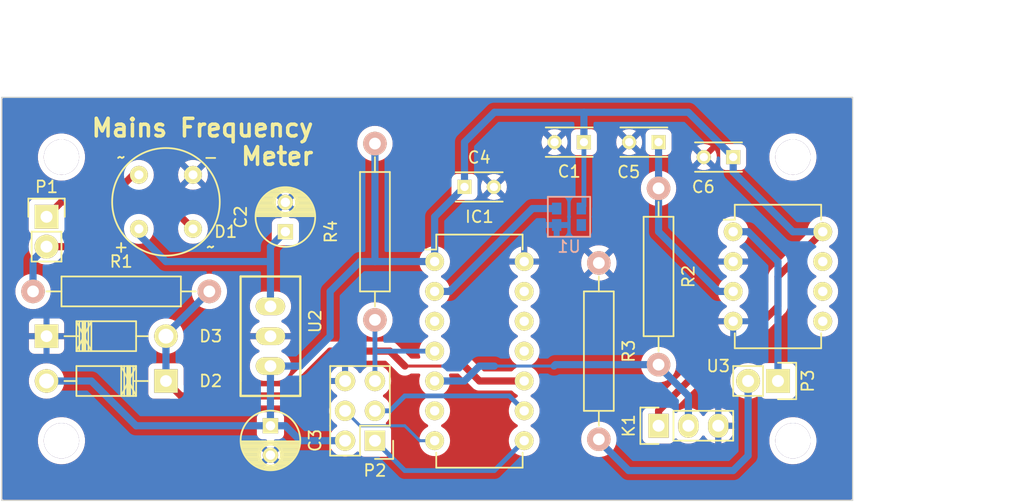
<source format=kicad_pcb>
(kicad_pcb (version 20221018) (generator pcbnew)
  (layers (0 "F.Cu" signal) (31 "B.Cu" signal) (34 "B.Paste" user) (35 "F.Paste" user) (36 "B.SilkS" user "B.Silkscreen") (37 "F.SilkS" user "F.Silkscreen") (38 "B.Mask" user) (39 "F.Mask" user) (44 "Edge.Cuts" user))
  (net 0 "")
  (net 1 "VCC")
  (net 2 "GND")
  (net 3 "Net-(C2-Pad1)")
  (net 4 "Net-(C5-Pad1)")
  (net 5 "/DMAINSF")
  (net 6 "/TCXO")
  (net 7 "Net-(IC1-Pad3)")
  (net 8 "/RST")
  (net 9 "/PWM/SERVO")
  (net 10 "Net-(IC1-Pad6)")
  (net 11 "/MOSI")
  (net 12 "/MISO")
  (net 13 "/SCK")
  (net 14 "Net-(IC1-Pad11)")
  (net 15 "Net-(IC1-Pad12)")
  (net 16 "Net-(IC1-Pad13)")
  (net 17 "Net-(D1-Pad2)")
  (net 18 "/MAINSF")
  (net 19 "Net-(P3-Pad1)")
  (net 20 "Net-(P3-Pad2)")
  (net 21 "Net-(U1-Pad1)")
  (footprint "Capacitors_ThroughHole:C_Rect_L4_W2.5_P2.5" (layer "F.Cu") (at 210.82 157.48 180)
    (fp_text reference "C1" (at 1.25 -2.5 180) (layer "F.SilkS"))
    (fp_text value "100n")
    (fp_line (start -0.75 -1.25) (end 3.25 -1.25) (stroke (width 0.15)) (layer "F.SilkS"))
    (fp_line (start -0.75 1.25) (end 3.25 1.25) (stroke (width 0.15)) (layer "F.SilkS"))
    (pad "1" thru_hole rect (at 0 0 180) (size 1.2 1.2) (drill 0.7) (layers "*.Cu" "*.Mask" "F.SilkS") (net 1 "VCC"))
    (pad "2" thru_hole circle (at 2.5 0 180) (size 1.2 1.2) (drill 0.7) (layers "*.Cu" "*.Mask" "F.SilkS") (net 2 "GND"))
  )
  (footprint "Capacitors_ThroughHole:C_Radial_D5_L11_P2.5" (layer "F.Cu") (at 185.42 165.1 90)
    (fp_text reference "C2" (at 1.25 -3.8 90) (layer "F.SilkS"))
    (fp_text value "10u")
    (fp_line (start 1.325 -2.499) (end 1.325 2.499) (stroke (width 0.15)) (layer "F.SilkS"))
    (fp_line (start 1.465 -2.491) (end 1.465 2.491) (stroke (width 0.15)) (layer "F.SilkS"))
    (fp_line (start 1.605 -2.475) (end 1.605 -0.095) (stroke (width 0.15)) (layer "F.SilkS"))
    (fp_line (start 1.605 0.095) (end 1.605 2.475) (stroke (width 0.15)) (layer "F.SilkS"))
    (fp_line (start 1.745 -2.451) (end 1.745 -0.49) (stroke (width 0.15)) (layer "F.SilkS"))
    (fp_line (start 1.745 0.49) (end 1.745 2.451) (stroke (width 0.15)) (layer "F.SilkS"))
    (fp_line (start 1.885 -2.418) (end 1.885 -0.657) (stroke (width 0.15)) (layer "F.SilkS"))
    (fp_line (start 1.885 0.657) (end 1.885 2.418) (stroke (width 0.15)) (layer "F.SilkS"))
    (fp_line (start 2.025 -2.377) (end 2.025 -0.764) (stroke (width 0.15)) (layer "F.SilkS"))
    (fp_line (start 2.025 0.764) (end 2.025 2.377) (stroke (width 0.15)) (layer "F.SilkS"))
    (fp_line (start 2.165 -2.327) (end 2.165 -0.835) (stroke (width 0.15)) (layer "F.SilkS"))
    (fp_line (start 2.165 0.835) (end 2.165 2.327) (stroke (width 0.15)) (layer "F.SilkS"))
    (fp_line (start 2.305 -2.266) (end 2.305 -0.879) (stroke (width 0.15)) (layer "F.SilkS"))
    (fp_line (start 2.305 0.879) (end 2.305 2.266) (stroke (width 0.15)) (layer "F.SilkS"))
    (fp_line (start 2.445 -2.196) (end 2.445 -0.898) (stroke (width 0.15)) (layer "F.SilkS"))
    (fp_line (start 2.445 0.898) (end 2.445 2.196) (stroke (width 0.15)) (layer "F.SilkS"))
    (fp_line (start 2.585 -2.114) (end 2.585 -0.896) (stroke (width 0.15)) (layer "F.SilkS"))
    (fp_line (start 2.585 0.896) (end 2.585 2.114) (stroke (width 0.15)) (layer "F.SilkS"))
    (fp_line (start 2.725 -2.019) (end 2.725 -0.871) (stroke (width 0.15)) (layer "F.SilkS"))
    (fp_line (start 2.725 0.871) (end 2.725 2.019) (stroke (width 0.15)) (layer "F.SilkS"))
    (fp_line (start 2.865 -1.908) (end 2.865 -0.823) (stroke (width 0.15)) (layer "F.SilkS"))
    (fp_line (start 2.865 0.823) (end 2.865 1.908) (stroke (width 0.15)) (layer "F.SilkS"))
    (fp_line (start 3.005 -1.78) (end 3.005 -0.745) (stroke (width 0.15)) (layer "F.SilkS"))
    (fp_line (start 3.005 0.745) (end 3.005 1.78) (stroke (width 0.15)) (layer "F.SilkS"))
    (fp_line (start 3.145 -1.631) (end 3.145 -0.628) (stroke (width 0.15)) (layer "F.SilkS"))
    (fp_line (start 3.145 0.628) (end 3.145 1.631) (stroke (width 0.15)) (layer "F.SilkS"))
    (fp_line (start 3.285 -1.452) (end 3.285 -0.44) (stroke (width 0.15)) (layer "F.SilkS"))
    (fp_line (start 3.285 0.44) (end 3.285 1.452) (stroke (width 0.15)) (layer "F.SilkS"))
    (fp_line (start 3.425 -1.233) (end 3.425 1.233) (stroke (width 0.15)) (layer "F.SilkS"))
    (fp_line (start 3.565 -0.944) (end 3.565 0.944) (stroke (width 0.15)) (layer "F.SilkS"))
    (fp_line (start 3.705 -0.472) (end 3.705 0.472) (stroke (width 0.15)) (layer "F.SilkS"))
    (fp_circle (center 1.25 0) (end 1.25 -2.5375) (stroke (width 0.15)) (fill none) (layer "F.SilkS"))
    (fp_circle (center 2.5 0) (end 2.5 -0.9) (stroke (width 0.15)) (fill none) (layer "F.SilkS"))
    (pad "1" thru_hole rect (at 0 0 90) (size 1.3 1.3) (drill 0.8) (layers "*.Cu" "*.Mask" "F.SilkS") (net 3 "Net-(C2-Pad1)"))
    (pad "2" thru_hole circle (at 2.5 0 90) (size 1.3 1.3) (drill 0.8) (layers "*.Cu" "*.Mask" "F.SilkS") (net 2 "GND"))
  )
  (footprint "Capacitors_ThroughHole:C_Radial_D5_L11_P2.5" (layer "F.Cu") (at 184.15 181.61 -90)
    (fp_text reference "C3" (at 1.25 -3.8 270) (layer "F.SilkS"))
    (fp_text value "10u")
    (fp_line (start 1.325 -2.499) (end 1.325 2.499) (stroke (width 0.15)) (layer "F.SilkS"))
    (fp_line (start 1.465 -2.491) (end 1.465 2.491) (stroke (width 0.15)) (layer "F.SilkS"))
    (fp_line (start 1.605 -2.475) (end 1.605 -0.095) (stroke (width 0.15)) (layer "F.SilkS"))
    (fp_line (start 1.605 0.095) (end 1.605 2.475) (stroke (width 0.15)) (layer "F.SilkS"))
    (fp_line (start 1.745 -2.451) (end 1.745 -0.49) (stroke (width 0.15)) (layer "F.SilkS"))
    (fp_line (start 1.745 0.49) (end 1.745 2.451) (stroke (width 0.15)) (layer "F.SilkS"))
    (fp_line (start 1.885 -2.418) (end 1.885 -0.657) (stroke (width 0.15)) (layer "F.SilkS"))
    (fp_line (start 1.885 0.657) (end 1.885 2.418) (stroke (width 0.15)) (layer "F.SilkS"))
    (fp_line (start 2.025 -2.377) (end 2.025 -0.764) (stroke (width 0.15)) (layer "F.SilkS"))
    (fp_line (start 2.025 0.764) (end 2.025 2.377) (stroke (width 0.15)) (layer "F.SilkS"))
    (fp_line (start 2.165 -2.327) (end 2.165 -0.835) (stroke (width 0.15)) (layer "F.SilkS"))
    (fp_line (start 2.165 0.835) (end 2.165 2.327) (stroke (width 0.15)) (layer "F.SilkS"))
    (fp_line (start 2.305 -2.266) (end 2.305 -0.879) (stroke (width 0.15)) (layer "F.SilkS"))
    (fp_line (start 2.305 0.879) (end 2.305 2.266) (stroke (width 0.15)) (layer "F.SilkS"))
    (fp_line (start 2.445 -2.196) (end 2.445 -0.898) (stroke (width 0.15)) (layer "F.SilkS"))
    (fp_line (start 2.445 0.898) (end 2.445 2.196) (stroke (width 0.15)) (layer "F.SilkS"))
    (fp_line (start 2.585 -2.114) (end 2.585 -0.896) (stroke (width 0.15)) (layer "F.SilkS"))
    (fp_line (start 2.585 0.896) (end 2.585 2.114) (stroke (width 0.15)) (layer "F.SilkS"))
    (fp_line (start 2.725 -2.019) (end 2.725 -0.871) (stroke (width 0.15)) (layer "F.SilkS"))
    (fp_line (start 2.725 0.871) (end 2.725 2.019) (stroke (width 0.15)) (layer "F.SilkS"))
    (fp_line (start 2.865 -1.908) (end 2.865 -0.823) (stroke (width 0.15)) (layer "F.SilkS"))
    (fp_line (start 2.865 0.823) (end 2.865 1.908) (stroke (width 0.15)) (layer "F.SilkS"))
    (fp_line (start 3.005 -1.78) (end 3.005 -0.745) (stroke (width 0.15)) (layer "F.SilkS"))
    (fp_line (start 3.005 0.745) (end 3.005 1.78) (stroke (width 0.15)) (layer "F.SilkS"))
    (fp_line (start 3.145 -1.631) (end 3.145 -0.628) (stroke (width 0.15)) (layer "F.SilkS"))
    (fp_line (start 3.145 0.628) (end 3.145 1.631) (stroke (width 0.15)) (layer "F.SilkS"))
    (fp_line (start 3.285 -1.452) (end 3.285 -0.44) (stroke (width 0.15)) (layer "F.SilkS"))
    (fp_line (start 3.285 0.44) (end 3.285 1.452) (stroke (width 0.15)) (layer "F.SilkS"))
    (fp_line (start 3.425 -1.233) (end 3.425 1.233) (stroke (width 0.15)) (layer "F.SilkS"))
    (fp_line (start 3.565 -0.944) (end 3.565 0.944) (stroke (width 0.15)) (layer "F.SilkS"))
    (fp_line (start 3.705 -0.472) (end 3.705 0.472) (stroke (width 0.15)) (layer "F.SilkS"))
    (fp_circle (center 1.25 0) (end 1.25 -2.5375) (stroke (width 0.15)) (fill none) (layer "F.SilkS"))
    (fp_circle (center 2.5 0) (end 2.5 -0.9) (stroke (width 0.15)) (fill none) (layer "F.SilkS"))
    (pad "1" thru_hole rect (at 0 0 270) (size 1.3 1.3) (drill 0.8) (layers "*.Cu" "*.Mask" "F.SilkS") (net 1 "VCC"))
    (pad "2" thru_hole circle (at 2.5 0 270) (size 1.3 1.3) (drill 0.8) (layers "*.Cu" "*.Mask" "F.SilkS") (net 2 "GND"))
  )
  (footprint "Capacitors_ThroughHole:C_Rect_L4_W2.5_P2.5" (layer "F.Cu") (at 200.66 161.29)
    (fp_text reference "C4" (at 1.25 -2.5) (layer "F.SilkS"))
    (fp_text value "100n")
    (fp_line (start -0.75 -1.25) (end 3.25 -1.25) (stroke (width 0.15)) (layer "F.SilkS"))
    (fp_line (start -0.75 1.25) (end 3.25 1.25) (stroke (width 0.15)) (layer "F.SilkS"))
    (pad "1" thru_hole rect (at 0 0) (size 1.2 1.2) (drill 0.7) (layers "*.Cu" "*.Mask" "F.SilkS") (net 1 "VCC"))
    (pad "2" thru_hole circle (at 2.5 0) (size 1.2 1.2) (drill 0.7) (layers "*.Cu" "*.Mask" "F.SilkS") (net 2 "GND"))
  )
  (footprint "Capacitors_ThroughHole:C_Rect_L4_W2.5_P2.5" (layer "F.Cu") (at 217.17 157.48 180)
    (fp_text reference "C5" (at 2.54 -2.54 180) (layer "F.SilkS"))
    (fp_text value "??")
    (fp_line (start -0.75 -1.25) (end 3.25 -1.25) (stroke (width 0.15)) (layer "F.SilkS"))
    (fp_line (start -0.75 1.25) (end 3.25 1.25) (stroke (width 0.15)) (layer "F.SilkS"))
    (pad "1" thru_hole rect (at 0 0 180) (size 1.2 1.2) (drill 0.7) (layers "*.Cu" "*.Mask" "F.SilkS") (net 4 "Net-(C5-Pad1)"))
    (pad "2" thru_hole circle (at 2.5 0 180) (size 1.2 1.2) (drill 0.7) (layers "*.Cu" "*.Mask" "F.SilkS") (net 2 "GND"))
  )
  (footprint "Capacitors_ThroughHole:C_Rect_L4_W2.5_P2.5" (layer "F.Cu") (at 223.52 158.75 180)
    (fp_text reference "C6" (at 2.54 -2.54 180) (layer "F.SilkS"))
    (fp_text value "100n")
    (fp_line (start -0.75 -1.25) (end 3.25 -1.25) (stroke (width 0.15)) (layer "F.SilkS"))
    (fp_line (start -0.75 1.25) (end 3.25 1.25) (stroke (width 0.15)) (layer "F.SilkS"))
    (pad "1" thru_hole rect (at 0 0 180) (size 1.2 1.2) (drill 0.7) (layers "*.Cu" "*.Mask" "F.SilkS") (net 1 "VCC"))
    (pad "2" thru_hole circle (at 2.5 0 180) (size 1.2 1.2) (drill 0.7) (layers "*.Cu" "*.Mask" "F.SilkS") (net 2 "GND"))
  )
  (footprint "Diodes_ThroughHole:Diode_DO-41_SOD81_Horizontal_RM10" (layer "F.Cu") (at 175.26 177.8 180)
    (fp_text reference "D2" (at -3.81 0 180) (layer "F.SilkS"))
    (fp_text value "DIODE")
    (fp_line (start 2.54 -1.27254) (end 3.81 1.26746) (stroke (width 0.15)) (layer "F.SilkS"))
    (fp_line (start 2.54 -1.27254) (end 7.62 -1.27254) (stroke (width 0.15)) (layer "F.SilkS"))
    (fp_line (start 2.54 1.26746) (end 2.54 -1.27254) (stroke (width 0.15)) (layer "F.SilkS"))
    (fp_line (start 2.794 -1.27254) (end 2.794 1.26746) (stroke (width 0.15)) (layer "F.SilkS"))
    (fp_line (start 2.794 -0.00254) (end 1.524 -0.00254) (stroke (width 0.15)) (layer "F.SilkS"))
    (fp_line (start 3.048 -1.27254) (end 3.048 1.26746) (stroke (width 0.15)) (layer "F.SilkS"))
    (fp_line (start 3.175 -1.27254) (end 3.175 1.26746) (stroke (width 0.15)) (layer "F.SilkS"))
    (fp_line (start 3.302 -1.27254) (end 3.302 1.26746) (stroke (width 0.15)) (layer "F.SilkS"))
    (fp_line (start 3.556 -1.27254) (end 3.556 1.26746) (stroke (width 0.15)) (layer "F.SilkS"))
    (fp_line (start 3.81 -1.27254) (end 2.54 1.26746) (stroke (width 0.15)) (layer "F.SilkS"))
    (fp_line (start 3.81 -1.27254) (end 3.81 1.26746) (stroke (width 0.15)) (layer "F.SilkS"))
    (fp_line (start 7.62 -1.27254) (end 7.62 1.26746) (stroke (width 0.15)) (layer "F.SilkS"))
    (fp_line (start 7.62 -0.00254) (end 8.636 -0.00254) (stroke (width 0.15)) (layer "F.SilkS"))
    (fp_line (start 7.62 1.26746) (end 2.54 1.26746) (stroke (width 0.15)) (layer "F.SilkS"))
    (pad "1" thru_hole rect (at 0 -0.00254) (size 1.99898 1.99898) (drill 1.00076) (layers "*.Cu" "*.Mask" "F.SilkS") (net 5 "/DMAINSF"))
    (pad "2" thru_hole circle (at 10.16 -0.00254) (size 1.99898 1.99898) (drill 1.27) (layers "*.Cu" "*.Mask" "F.SilkS") (net 1 "VCC"))
  )
  (footprint "Diodes_ThroughHole:Diode_DO-41_SOD81_Horizontal_RM10" (layer "F.Cu") (at 165.1 173.99)
    (fp_text reference "D3" (at 13.97 0) (layer "F.SilkS"))
    (fp_text value "DIODE")
    (fp_line (start 2.54 -1.27254) (end 3.81 1.26746) (stroke (width 0.15)) (layer "F.SilkS"))
    (fp_line (start 2.54 -1.27254) (end 7.62 -1.27254) (stroke (width 0.15)) (layer "F.SilkS"))
    (fp_line (start 2.54 1.26746) (end 2.54 -1.27254) (stroke (width 0.15)) (layer "F.SilkS"))
    (fp_line (start 2.794 -1.27254) (end 2.794 1.26746) (stroke (width 0.15)) (layer "F.SilkS"))
    (fp_line (start 2.794 -0.00254) (end 1.524 -0.00254) (stroke (width 0.15)) (layer "F.SilkS"))
    (fp_line (start 3.048 -1.27254) (end 3.048 1.26746) (stroke (width 0.15)) (layer "F.SilkS"))
    (fp_line (start 3.175 -1.27254) (end 3.175 1.26746) (stroke (width 0.15)) (layer "F.SilkS"))
    (fp_line (start 3.302 -1.27254) (end 3.302 1.26746) (stroke (width 0.15)) (layer "F.SilkS"))
    (fp_line (start 3.556 -1.27254) (end 3.556 1.26746) (stroke (width 0.15)) (layer "F.SilkS"))
    (fp_line (start 3.81 -1.27254) (end 2.54 1.26746) (stroke (width 0.15)) (layer "F.SilkS"))
    (fp_line (start 3.81 -1.27254) (end 3.81 1.26746) (stroke (width 0.15)) (layer "F.SilkS"))
    (fp_line (start 7.62 -1.27254) (end 7.62 1.26746) (stroke (width 0.15)) (layer "F.SilkS"))
    (fp_line (start 7.62 -0.00254) (end 8.636 -0.00254) (stroke (width 0.15)) (layer "F.SilkS"))
    (fp_line (start 7.62 1.26746) (end 2.54 1.26746) (stroke (width 0.15)) (layer "F.SilkS"))
    (pad "1" thru_hole rect (at 0 -0.00254 180) (size 1.99898 1.99898) (drill 1.00076) (layers "*.Cu" "*.Mask" "F.SilkS") (net 2 "GND"))
    (pad "2" thru_hole circle (at 10.16 -0.00254 180) (size 1.99898 1.99898) (drill 1.27) (layers "*.Cu" "*.Mask" "F.SilkS") (net 5 "/DMAINSF"))
  )
  (footprint "Pin_Headers:Pin_Header_Straight_1x02" (layer "F.Cu") (at 165.1 163.83)
    (fp_text reference "P1" (at 0 -2.54) (layer "F.SilkS"))
    (fp_text value "CONN_2")
    (fp_line (start -1.55 -1.55) (end 1.55 -1.55) (stroke (width 0.15)) (layer "F.SilkS"))
    (fp_line (start -1.55 0) (end -1.55 -1.55) (stroke (width 0.15)) (layer "F.SilkS"))
    (fp_line (start -1.27 1.27) (end -1.27 3.81) (stroke (width 0.15)) (layer "F.SilkS"))
    (fp_line (start -1.27 3.81) (end 1.27 3.81) (stroke (width 0.15)) (layer "F.SilkS"))
    (fp_line (start 1.27 1.27) (end -1.27 1.27) (stroke (width 0.15)) (layer "F.SilkS"))
    (fp_line (start 1.27 1.27) (end 1.27 3.81) (stroke (width 0.15)) (layer "F.SilkS"))
    (fp_line (start 1.55 -1.55) (end 1.55 0) (stroke (width 0.15)) (layer "F.SilkS"))
    (pad "1" thru_hole rect (at 0 0) (size 2.032 2.032) (drill 1.016) (layers "*.Cu" "*.Mask" "F.SilkS") (net 17 "Net-(D1-Pad2)"))
    (pad "2" thru_hole oval (at 0 2.54) (size 2.032 2.032) (drill 1.016) (layers "*.Cu" "*.Mask" "F.SilkS") (net 18 "/MAINSF"))
  )
  (footprint "Pin_Headers:Pin_Header_Straight_2x03" (layer "F.Cu") (at 193.04 182.88 180)
    (fp_text reference "P2" (at 0 -2.54 180) (layer "F.SilkS"))
    (fp_text value "CONN_3X2")
    (fp_line (start -1.55 -1.55) (end -1.55 0) (stroke (width 0.15)) (layer "F.SilkS"))
    (fp_line (start -1.55 -1.55) (end 0 -1.55) (stroke (width 0.15)) (layer "F.SilkS"))
    (fp_line (start -1.27 1.27) (end -1.27 6.35) (stroke (width 0.15)) (layer "F.SilkS"))
    (fp_line (start -1.27 6.35) (end 3.81 6.35) (stroke (width 0.15)) (layer "F.SilkS"))
    (fp_line (start 1.27 -1.27) (end 1.27 1.27) (stroke (width 0.15)) (layer "F.SilkS"))
    (fp_line (start 1.27 1.27) (end -1.27 1.27) (stroke (width 0.15)) (layer "F.SilkS"))
    (fp_line (start 3.81 -1.27) (end 1.27 -1.27) (stroke (width 0.15)) (layer "F.SilkS"))
    (fp_line (start 3.81 1.27) (end 3.81 -1.27) (stroke (width 0.15)) (layer "F.SilkS"))
    (fp_line (start 3.81 6.35) (end 3.81 1.27) (stroke (width 0.15)) (layer "F.SilkS"))
    (pad "1" thru_hole rect (at 0 0 180) (size 1.7272 1.7272) (drill 1.016) (layers "*.Cu" "*.Mask" "F.SilkS") (net 12 "/MISO"))
    (pad "2" thru_hole oval (at 2.54 0 180) (size 1.7272 1.7272) (drill 1.016) (layers "*.Cu" "*.Mask" "F.SilkS") (net 1 "VCC"))
    (pad "3" thru_hole oval (at 0 2.54 180) (size 1.7272 1.7272) (drill 1.016) (layers "*.Cu" "*.Mask" "F.SilkS") (net 13 "/SCK"))
    (pad "4" thru_hole oval (at 2.54 2.54 180) (size 1.7272 1.7272) (drill 1.016) (layers "*.Cu" "*.Mask" "F.SilkS") (net 11 "/MOSI"))
    (pad "5" thru_hole oval (at 0 5.08 180) (size 1.7272 1.7272) (drill 1.016) (layers "*.Cu" "*.Mask" "F.SilkS") (net 8 "/RST"))
    (pad "6" thru_hole oval (at 2.54 5.08 180) (size 1.7272 1.7272) (drill 1.016) (layers "*.Cu" "*.Mask" "F.SilkS") (net 2 "GND"))
  )
  (footprint "Pin_Headers:Pin_Header_Straight_1x02" (layer "F.Cu") (at 227.33 177.8 -90)
    (fp_text reference "P3" (at 0 -2.54 270) (layer "F.SilkS"))
    (fp_text value "CONN_2")
    (fp_line (start -1.55 -1.55) (end 1.55 -1.55) (stroke (width 0.15)) (layer "F.SilkS"))
    (fp_line (start -1.55 0) (end -1.55 -1.55) (stroke (width 0.15)) (layer "F.SilkS"))
    (fp_line (start -1.27 1.27) (end -1.27 3.81) (stroke (width 0.15)) (layer "F.SilkS"))
    (fp_line (start -1.27 3.81) (end 1.27 3.81) (stroke (width 0.15)) (layer "F.SilkS"))
    (fp_line (start 1.27 1.27) (end -1.27 1.27) (stroke (width 0.15)) (layer "F.SilkS"))
    (fp_line (start 1.27 1.27) (end 1.27 3.81) (stroke (width 0.15)) (layer "F.SilkS"))
    (fp_line (start 1.55 -1.55) (end 1.55 0) (stroke (width 0.15)) (layer "F.SilkS"))
    (pad "1" thru_hole rect (at 0 0 270) (size 2.032 2.032) (drill 1.016) (layers "*.Cu" "*.Mask" "F.SilkS") (net 19 "Net-(P3-Pad1)"))
    (pad "2" thru_hole oval (at 0 2.54 270) (size 2.032 2.032) (drill 1.016) (layers "*.Cu" "*.Mask" "F.SilkS") (net 20 "Net-(P3-Pad2)"))
  )
  (footprint "Resistors_ThroughHole:Resistor_Horizontal_RM15mm" (layer "F.Cu") (at 171.45 170.18 180)
    (fp_text reference "R1" (at 0 2.54 180) (layer "F.SilkS"))
    (fp_text value "10k")
    (fp_line (start -6.35 0) (end -5.08 0) (stroke (width 0.15)) (layer "F.SilkS"))
    (fp_line (start -5.08 -1.27) (end -5.08 1.27) (stroke (width 0.15)) (layer "F.SilkS"))
    (fp_line (start -5.08 1.27) (end 5.08 1.27) (stroke (width 0.15)) (layer "F.SilkS"))
    (fp_line (start 5.08 -1.27) (end -5.08 -1.27) (stroke (width 0.15)) (layer "F.SilkS"))
    (fp_line (start 5.08 1.27) (end 5.08 -1.27) (stroke (width 0.15)) (layer "F.SilkS"))
    (fp_line (start 6.35 0) (end 5.08 0) (stroke (width 0.15)) (layer "F.SilkS"))
    (pad "1" thru_hole circle (at -7.5 0 180) (size 1.99898 1.99898) (drill 1.00076) (layers "*.Cu" "*.SilkS" "*.Mask") (net 5 "/DMAINSF"))
    (pad "2" thru_hole circle (at 7.5 0 180) (size 1.99898 1.99898) (drill 1.00076) (layers "*.Cu" "*.SilkS" "*.Mask") (net 18 "/MAINSF"))
  )
  (footprint "Resistors_ThroughHole:Resistor_Horizontal_RM15mm" (layer "F.Cu") (at 217.17 168.91 90)
    (fp_text reference "R2" (at 0 2.54 90) (layer "F.SilkS"))
    (fp_text value "??")
    (fp_line (start -6.35 0) (end -5.08 0) (stroke (width 0.15)) (layer "F.SilkS"))
    (fp_line (start -5.08 -1.27) (end -5.08 1.27) (stroke (width 0.15)) (layer "F.SilkS"))
    (fp_line (start -5.08 1.27) (end 5.08 1.27) (stroke (width 0.15)) (layer "F.SilkS"))
    (fp_line (start 5.08 -1.27) (end -5.08 -1.27) (stroke (width 0.15)) (layer "F.SilkS"))
    (fp_line (start 5.08 1.27) (end 5.08 -1.27) (stroke (width 0.15)) (layer "F.SilkS"))
    (fp_line (start 6.35 0) (end 5.08 0) (stroke (width 0.15)) (layer "F.SilkS"))
    (pad "1" thru_hole circle (at -7.5 0 90) (size 1.99898 1.99898) (drill 1.00076) (layers "*.Cu" "*.SilkS" "*.Mask") (net 9 "/PWM/SERVO"))
    (pad "2" thru_hole circle (at 7.5 0 90) (size 1.99898 1.99898) (drill 1.00076) (layers "*.Cu" "*.SilkS" "*.Mask") (net 4 "Net-(C5-Pad1)"))
  )
  (footprint "Resistors_ThroughHole:Resistor_Horizontal_RM15mm" (layer "F.Cu") (at 212.09 175.26 -90)
    (fp_text reference "R3" (at 0 -2.54 270) (layer "F.SilkS"))
    (fp_text value "??")
    (fp_line (start -6.35 0) (end -5.08 0) (stroke (width 0.15)) (layer "F.SilkS"))
    (fp_line (start -5.08 -1.27) (end -5.08 1.27) (stroke (width 0.15)) (layer "F.SilkS"))
    (fp_line (start -5.08 1.27) (end 5.08 1.27) (stroke (width 0.15)) (layer "F.SilkS"))
    (fp_line (start 5.08 -1.27) (end -5.08 -1.27) (stroke (width 0.15)) (layer "F.SilkS"))
    (fp_line (start 5.08 1.27) (end 5.08 -1.27) (stroke (width 0.15)) (layer "F.SilkS"))
    (fp_line (start 6.35 0) (end 5.08 0) (stroke (width 0.15)) (layer "F.SilkS"))
    (pad "1" thru_hole circle (at -7.5 0 270) (size 1.99898 1.99898) (drill 1.00076) (layers "*.Cu" "*.SilkS" "*.Mask") (net 2 "GND"))
    (pad "2" thru_hole circle (at 7.5 0 270) (size 1.99898 1.99898) (drill 1.00076) (layers "*.Cu" "*.SilkS" "*.Mask") (net 20 "Net-(P3-Pad2)"))
  )
  (footprint "Resistors_ThroughHole:Resistor_Horizontal_RM15mm" (layer "F.Cu") (at 193.04 165.1 90)
    (fp_text reference "R4" (at 0 -3.74904 90) (layer "F.SilkS"))
    (fp_text value "10k")
    (fp_line (start -6.35 0) (end -5.08 0) (stroke (width 0.15)) (layer "F.SilkS"))
    (fp_line (start -5.08 -1.27) (end -5.08 1.27) (stroke (width 0.15)) (layer "F.SilkS"))
    (fp_line (start -5.08 1.27) (end 5.08 1.27) (stroke (width 0.15)) (layer "F.SilkS"))
    (fp_line (start 5.08 -1.27) (end -5.08 -1.27) (stroke (width 0.15)) (layer "F.SilkS"))
    (fp_line (start 5.08 1.27) (end 5.08 -1.27) (stroke (width 0.15)) (layer "F.SilkS"))
    (fp_line (start 6.35 0) (end 5.08 0) (stroke (width 0.15)) (layer "F.SilkS"))
    (pad "1" thru_hole circle (at -7.5 0 90) (size 1.99898 1.99898) (drill 1.00076) (layers "*.Cu" "*.SilkS" "*.Mask") (net 8 "/RST"))
    (pad "2" thru_hole circle (at 7.5 0 90) (size 1.99898 1.99898) (drill 1.00076) (layers "*.Cu" "*.SilkS" "*.Mask") (net 1 "VCC"))
  )
  (footprint "JF_Bridge_Rectifiers:WOB" (layer "F.Cu") (at 175.26 162.56)
    (fp_text reference "D1" (at 5.08 2.54) (layer "F.SilkS"))
    (fp_text value "BRIDGE")
    (fp_text user "+" (at -3.81 3.81) (layer "F.SilkS"))
    (fp_text user "~" (at 3.81 3.81) (layer "F.SilkS"))
    (fp_text user "-" (at 3.81 -3.81) (layer "F.SilkS"))
    (fp_text user "~" (at -3.81 -3.81) (layer "F.SilkS"))
    (fp_circle (center 0 0) (end 3.81 -2.54) (stroke (width 0.15)) (fill none) (layer "F.SilkS"))
    (pad "1" thru_hole circle (at 2.3 -2.3) (size 1.524 1.524) (drill 0.762) (layers "*.Cu" "*.Mask" "F.SilkS") (net 2 "GND"))
    (pad "2" thru_hole circle (at -2.3 -2.3) (size 1.524 1.524) (drill 0.762) (layers "*.Cu" "*.Mask" "F.SilkS") (net 17 "Net-(D1-Pad2)"))
    (pad "3" thru_hole circle (at -2.3 2.3) (size 1.524 1.524) (drill 0.762) (layers "*.Cu" "*.Mask" "F.SilkS") (net 3 "Net-(C2-Pad1)"))
    (pad "4" thru_hole circle (at 2.3 2.3) (size 1.524 1.524) (drill 0.762) (layers "*.Cu" "*.Mask" "F.SilkS") (net 18 "/MAINSF"))
  )
  (footprint "Pin_Headers:Pin_Header_Straight_1x03" (layer "F.Cu") (at 217.17 181.61 90)
    (fp_text reference "K1" (at 0 -2.54 90) (layer "F.SilkS"))
    (fp_text value "CONN_3")
    (fp_line (start -1.55 -1.55) (end 1.55 -1.55) (stroke (width 0.15)) (layer "F.SilkS"))
    (fp_line (start -1.55 0) (end -1.55 -1.55) (stroke (width 0.15)) (layer "F.SilkS"))
    (fp_line (start -1.27 1.27) (end -1.27 6.35) (stroke (width 0.15)) (layer "F.SilkS"))
    (fp_line (start -1.27 6.35) (end 1.27 6.35) (stroke (width 0.15)) (layer "F.SilkS"))
    (fp_line (start 1.27 1.27) (end -1.27 1.27) (stroke (width 0.15)) (layer "F.SilkS"))
    (fp_line (start 1.27 6.35) (end 1.27 1.27) (stroke (width 0.15)) (layer "F.SilkS"))
    (fp_line (start 1.55 -1.55) (end 1.55 0) (stroke (width 0.15)) (layer "F.SilkS"))
    (pad "1" thru_hole rect (at 0 0 90) (size 2.032 1.7272) (drill 1.016) (layers "*.Cu" "*.Mask" "F.SilkS") (net 1 "VCC"))
    (pad "2" thru_hole oval (at 0 2.54 90) (size 2.032 1.7272) (drill 1.016) (layers "*.Cu" "*.Mask" "F.SilkS") (net 9 "/PWM/SERVO"))
    (pad "3" thru_hole oval (at 0 5.08 90) (size 2.032 1.7272) (drill 1.016) (layers "*.Cu" "*.Mask" "F.SilkS") (net 2 "GND"))
  )
  (footprint "Housings_DIP:DIP-8_W7.62mm" (layer "F.Cu") (at 223.52 165.1)
    (fp_text reference "U3" (at -1.27 11.43) (layer "F.SilkS"))
    (fp_text value "LM358")
    (fp_line (start 0.135 -2.295) (end 0.135 -1.025) (stroke (width 0.15)) (layer "F.SilkS"))
    (fp_line (start 0.135 -2.295) (end 7.485 -2.295) (stroke (width 0.15)) (layer "F.SilkS"))
    (fp_line (start 0.135 -1.025) (end -0.8 -1.025) (stroke (width 0.15)) (layer "F.SilkS"))
    (fp_line (start 0.135 9.915) (end 0.135 8.645) (stroke (width 0.15)) (layer "F.SilkS"))
    (fp_line (start 0.135 9.915) (end 7.485 9.915) (stroke (width 0.15)) (layer "F.SilkS"))
    (fp_line (start 7.485 -2.295) (end 7.485 -1.025) (stroke (width 0.15)) (layer "F.SilkS"))
    (fp_line (start 7.485 9.915) (end 7.485 8.645) (stroke (width 0.15)) (layer "F.SilkS"))
    (pad "1" thru_hole oval (at 0 0) (size 1.6 1.6) (drill 0.8) (layers "*.Cu" "*.Mask" "F.SilkS") (net 19 "Net-(P3-Pad1)"))
    (pad "2" thru_hole oval (at 0 2.54) (size 1.6 1.6) (drill 0.8) (layers "*.Cu" "*.Mask" "F.SilkS") (net 2 "GND"))
    (pad "3" thru_hole oval (at 0 5.08) (size 1.6 1.6) (drill 0.8) (layers "*.Cu" "*.Mask" "F.SilkS") (net 4 "Net-(C5-Pad1)"))
    (pad "4" thru_hole oval (at 0 7.62) (size 1.6 1.6) (drill 0.8) (layers "*.Cu" "*.Mask" "F.SilkS") (net 2 "GND"))
    (pad "5" thru_hole oval (at 7.62 7.62) (size 1.6 1.6) (drill 0.8) (layers "*.Cu" "*.Mask" "F.SilkS"))
    (pad "6" thru_hole oval (at 7.62 5.08) (size 1.6 1.6) (drill 0.8) (layers "*.Cu" "*.Mask" "F.SilkS"))
    (pad "7" thru_hole oval (at 7.62 2.54) (size 1.6 1.6) (drill 0.8) (layers "*.Cu" "*.Mask" "F.SilkS"))
    (pad "8" thru_hole oval (at 7.62 0) (size 1.6 1.6) (drill 0.8) (layers "*.Cu" "*.Mask" "F.SilkS") (net 1 "VCC"))
  )
  (footprint "Housings_DIP:DIP-14_W7.62mm" (layer "F.Cu") (at 198.12 167.64)
    (fp_text reference "IC1" (at 3.81 -3.81) (layer "F.SilkS"))
    (fp_text value "ATTINY84A-SS")
    (fp_line (start 0.135 -2.295) (end 0.135 -1.025) (stroke (width 0.15)) (layer "F.SilkS"))
    (fp_line (start 0.135 -2.295) (end 7.485 -2.295) (stroke (width 0.15)) (layer "F.SilkS"))
    (fp_line (start 0.135 -1.025) (end -0.8 -1.025) (stroke (width 0.15)) (layer "F.SilkS"))
    (fp_line (start 0.135 17.535) (end 0.135 16.265) (stroke (width 0.15)) (layer "F.SilkS"))
    (fp_line (start 0.135 17.535) (end 7.485 17.535) (stroke (width 0.15)) (layer "F.SilkS"))
    (fp_line (start 7.485 -2.295) (end 7.485 -1.025) (stroke (width 0.15)) (layer "F.SilkS"))
    (fp_line (start 7.485 17.535) (end 7.485 16.265) (stroke (width 0.15)) (layer "F.SilkS"))
    (pad "1" thru_hole oval (at 0 0) (size 1.6 1.6) (drill 0.8) (layers "*.Cu" "*.Mask" "F.SilkS") (net 1 "VCC"))
    (pad "2" thru_hole oval (at 0 2.54) (size 1.6 1.6) (drill 0.8) (layers "*.Cu" "*.Mask" "F.SilkS") (net 6 "/TCXO"))
    (pad "3" thru_hole oval (at 0 5.08) (size 1.6 1.6) (drill 0.8) (layers "*.Cu" "*.Mask" "F.SilkS") (net 7 "Net-(IC1-Pad3)"))
    (pad "4" thru_hole oval (at 0 7.62) (size 1.6 1.6) (drill 0.8) (layers "*.Cu" "*.Mask" "F.SilkS") (net 8 "/RST"))
    (pad "5" thru_hole oval (at 0 10.16) (size 1.6 1.6) (drill 0.8) (layers "*.Cu" "*.Mask" "F.SilkS") (net 9 "/PWM/SERVO"))
    (pad "6" thru_hole oval (at 0 12.7) (size 1.6 1.6) (drill 0.8) (layers "*.Cu" "*.Mask" "F.SilkS") (net 10 "Net-(IC1-Pad6)"))
    (pad "7" thru_hole oval (at 0 15.24) (size 1.6 1.6) (drill 0.8) (layers "*.Cu" "*.Mask" "F.SilkS") (net 11 "/MOSI"))
    (pad "8" thru_hole oval (at 7.62 15.24) (size 1.6 1.6) (drill 0.8) (layers "*.Cu" "*.Mask" "F.SilkS") (net 12 "/MISO"))
    (pad "9" thru_hole oval (at 7.62 12.7) (size 1.6 1.6) (drill 0.8) (layers "*.Cu" "*.Mask" "F.SilkS") (net 13 "/SCK"))
    (pad "10" thru_hole oval (at 7.62 10.16) (size 1.6 1.6) (drill 0.8) (layers "*.Cu" "*.Mask" "F.SilkS") (net 5 "/DMAINSF"))
    (pad "11" thru_hole oval (at 7.62 7.62) (size 1.6 1.6) (drill 0.8) (layers "*.Cu" "*.Mask" "F.SilkS") (net 14 "Net-(IC1-Pad11)"))
    (pad "12" thru_hole oval (at 7.62 5.08) (size 1.6 1.6) (drill 0.8) (layers "*.Cu" "*.Mask" "F.SilkS") (net 15 "Net-(IC1-Pad12)"))
    (pad "13" thru_hole oval (at 7.62 2.54) (size 1.6 1.6) (drill 0.8) (layers "*.Cu" "*.Mask" "F.SilkS") (net 16 "Net-(IC1-Pad13)"))
    (pad "14" thru_hole oval (at 7.62 0) (size 1.6 1.6) (drill 0.8) (layers "*.Cu" "*.Mask" "F.SilkS") (net 2 "GND"))
  )
  (footprint "TO_SOT_Packages_THT:TO-220_Neutral123_PadsOnly" (layer "F.Cu") (at 184.15 173.99 90)
    (fp_text reference "U2" (at 1.27 3.81 90) (layer "F.SilkS"))
    (fp_text value "78L05")
    (pad "1" thru_hole oval (at -2.54 0 180) (size 2.49936 1.50114) (drill 1.00076) (layers "*.Cu" "*.Mask" "F.SilkS") (net 1 "VCC"))
    (pad "2" thru_hole oval (at 0 0 180) (size 2.49936 1.50114) (drill 1.00076) (layers "*.Cu" "*.Mask" "F.SilkS") (net 2 "GND"))
    (pad "3" thru_hole oval (at 2.54 0 180) (size 2.49936 1.50114) (drill 1.00076) (layers "*.Cu" "*.Mask" "F.SilkS") (net 3 "Net-(C2-Pad1)"))
  )
  (footprint "Mounting_Holes:MountingHole_3mm" (layer "F.Cu") (at 166.37 158.75)
    (fp_text reference "" (at 0 -4.0005) (layer "F.SilkS"))
    (fp_text value "MountingHole_3mm")
    (pad "" thru_hole circle (at 0 0) (size 3 3) (drill 3) (layers))
  )
  (footprint "Mounting_Holes:MountingHole_3mm" (layer "F.Cu") (at 166.37 182.88)
    (fp_text reference "" (at 0 -4.0005) (layer "F.SilkS"))
    (fp_text value "MountingHole_3mm")
    (pad "" thru_hole circle (at 0 0) (size 3 3) (drill 3) (layers))
  )
  (footprint "Mounting_Holes:MountingHole_3mm" (layer "F.Cu") (at 228.6 182.88)
    (fp_text reference "" (at 0 -4.0005) (layer "F.SilkS"))
    (fp_text value "MountingHole_3mm")
    (pad "" thru_hole circle (at 0 0) (size 3 3) (drill 3) (layers))
  )
  (footprint "Mounting_Holes:MountingHole_3mm" (layer "F.Cu") (at 228.6 158.75)
    (fp_text reference "" (at 0 -4.0005) (layer "F.SilkS"))
    (fp_text value "MountingHole_3mm")
    (pad "" thru_hole circle (at 0 0) (size 3 3) (drill 3) (layers))
  )
  (footprint "JF_Oscillators:TG5006CG" (layer "B.Cu") (at 209.55 163.83 180)
    (fp_text reference "U1" (at 0 -2.54 180) (layer "B.SilkS") (effects (justify mirror)))
    (fp_text value "TCXO_SMD_4P")
    (fp_line (start -1.8 -1.7) (end 1.8 -1.7) (stroke (width 0.15)) (layer "B.SilkS"))
    (fp_line (start -1.8 1.7) (end -1.8 -1.7) (stroke (width 0.15)) (layer "B.SilkS"))
    (fp_line (start 1.8 -1.7) (end 1.8 1.7) (stroke (width 0.15)) (layer "B.SilkS"))
    (fp_line (start 1.8 1.7) (end -1.8 1.7) (stroke (width 0.15)) (layer "B.SilkS"))
    (pad "1" smd rect (at -1.05 -0.7 180) (size 0.8 1) (layers "B.Cu" "B.Paste" "B.Mask") (net 21 "Net-(U1-Pad1)"))
    (pad "2" smd rect (at 1.05 -0.7 180) (size 0.8 1) (layers "B.Cu" "B.Paste" "B.Mask") (net 2 "GND"))
    (pad "3" smd rect (at 1.05 0.7 180) (size 0.8 1) (layers "B.Cu" "B.Paste" "B.Mask") (net 6 "/TCXO"))
    (pad "4" smd rect (at -1.05 0.7 180) (size 0.8 1) (layers "B.Cu" "B.Paste" "B.Mask") (net 1 "VCC"))
  )
  (gr_line (start 186.69 177.8) (end 186.69 179.07) (stroke (width 0.2)) (layer "F.SilkS"))
  (gr_line (start 186.69 168.91) (end 181.61 168.91) (stroke (width 0.2)) (layer "F.SilkS"))
  (gr_line (start 186.69 179.07) (end 181.61 179.07) (stroke (width 0.2)) (layer "F.SilkS"))
  (gr_line (start 181.61 168.91) (end 181.61 177.8) (stroke (width 0.2)) (layer "F.SilkS"))
  (gr_line (start 186.69 177.8) (end 186.69 168.91) (stroke (width 0.2)) (layer "F.SilkS"))
  (gr_line (start 181.61 179.07) (end 181.61 177.8) (stroke (width 0.2)) (layer "F.SilkS"))
  (gr_line (start 161.29 187.96) (end 233.68 187.96) (stroke (width 0.1)) (layer "Edge.Cuts"))
  (gr_line (start 161.29 153.67) (end 161.29 187.96) (stroke (width 0.1)) (layer "Edge.Cuts"))
  (gr_line (start 233.68 187.96) (end 233.68 153.67) (stroke (width 0.1)) (layer "Edge.Cuts"))
  (gr_line (start 233.68 153.67) (end 161.29 153.67) (stroke (width 0.1)) (layer "Edge.Cuts"))
  (gr_text "Mains Frequency\nMeter" (at 187.96 157.48) (layer "F.SilkS") (effects (font (size 1.5 1.5) (thickness 0.3)) (justify right)))
  (segment (start 224.79 173.99) (end 227.33 171.45) (width 0.6096) (layer "F.Cu") (net 1))
  (segment (start 227.33 171.45) (end 227.33 168.91) (width 0.6096) (layer "F.Cu") (net 1))
  (segment (start 231.14 165.1) (end 227.33 168.91) (width 0.6096) (layer "F.Cu") (net 1))
  (segment (start 220.98 176.53) (end 217.17 180.34) (width 0.6096) (layer "F.Cu") (net 1))
  (segment (start 217.17 180.34) (end 217.17 181.61) (width 0.6096) (layer "F.Cu") (net 1))
  (segment (start 222.25 176.53) (end 224.79 173.99) (width 0.6096) (layer "F.Cu") (net 1))
  (segment (start 222.25 176.53) (end 220.98 176.53) (width 0.6096) (layer "F.Cu") (net 1))
  (segment (start 210.82 162.91) (end 210.6 163.13) (width 0.4064) (layer "B.Cu") (net 1))
  (segment (start 186.69 182.88) (end 185.42 181.61) (width 0.6096) (layer "B.Cu") (net 1))
  (segment (start 185.42 181.61) (end 184.15 181.61) (width 0.6096) (layer "B.Cu") (net 1))
  (segment (start 186.69 176.53) (end 189.23 173.99) (width 0.6096) (layer "B.Cu") (net 1))
  (segment (start 189.23 173.99) (end 189.23 170.18) (width 0.6096) (layer "B.Cu") (net 1))
  (segment (start 189.23 170.18) (end 191.77 167.64) (width 0.6096) (layer "B.Cu") (net 1))
  (segment (start 191.77 167.64) (end 193.04 167.64) (width 0.6096) (layer "B.Cu") (net 1))
  (segment (start 193.04 167.64) (end 198.12 167.64) (width 0.6096) (layer "B.Cu") (net 1))
  (segment (start 198.12 163.83) (end 200.66 161.29) (width 0.6096) (layer "B.Cu") (net 1))
  (segment (start 200.66 157.48) (end 203.2 154.94) (width 0.6096) (layer "B.Cu") (net 1))
  (segment (start 203.2 154.94) (end 210.82 154.94) (width 0.6096) (layer "B.Cu") (net 1))
  (segment (start 219.71 154.94) (end 223.52 158.75) (width 0.6096) (layer "B.Cu") (net 1))
  (segment (start 223.52 160.02) (end 228.6 165.1) (width 0.6096) (layer "B.Cu") (net 1))
  (segment (start 228.6 165.1) (end 231.14 165.1) (width 0.6096) (layer "B.Cu") (net 1))
  (segment (start 168.91254 177.80254) (end 172.72 181.61) (width 0.6096) (layer "B.Cu") (net 1))
  (segment (start 172.72 181.61) (end 184.15 181.61) (width 0.6096) (layer "B.Cu") (net 1))
  (segment (start 200.66 161.29) (end 200.66 157.48) (width 0.6096) (layer "B.Cu") (net 1))
  (segment (start 190.5 182.88) (end 186.69 182.88) (width 0.6096) (layer "B.Cu") (net 1))
  (segment (start 184.15 176.53) (end 184.15 181.61) (width 0.6096) (layer "B.Cu") (net 1))
  (segment (start 165.1 177.80254) (end 168.91254 177.80254) (width 0.6096) (layer "B.Cu") (net 1))
  (segment (start 210.82 157.48) (end 210.82 162.91) (width 0.4064) (layer "B.Cu") (net 1))
  (segment (start 210.82 157.48) (end 210.82 154.94) (width 0.6096) (layer "B.Cu") (net 1))
  (segment (start 198.12 167.64) (end 198.12 163.83) (width 0.6096) (layer "B.Cu") (net 1))
  (segment (start 223.52 158.75) (end 223.52 160.02) (width 0.6096) (layer "B.Cu") (net 1))
  (segment (start 210.82 154.94) (end 219.71 154.94) (width 0.6096) (layer "B.Cu") (net 1))
  (segment (start 184.15 176.53) (end 186.69 176.53) (width 0.6096) (layer "B.Cu") (net 1))
  (segment (start 193.04 157.6) (end 193.04 167.64) (width 0.6096) (layer "B.Cu") (net 1))
  (segment (start 184.15 166.37) (end 185.42 165.1) (width 0.6096) (layer "B.Cu") (net 3))
  (segment (start 184.15 167.64) (end 184.15 166.37) (width 0.6096) (layer "B.Cu") (net 3))
  (segment (start 175.26 167.64) (end 172.96 165.34) (width 0.6096) (layer "B.Cu") (net 3))
  (segment (start 172.96 165.34) (end 172.96 164.86) (width 0.6096) (layer "B.Cu") (net 3))
  (segment (start 184.15 171.45) (end 184.15 167.64) (width 0.6096) (layer "B.Cu") (net 3))
  (segment (start 172.96 164.86) (end 172.96 165.34) (width 0.6096) (layer "B.Cu") (net 3))
  (segment (start 184.15 167.64) (end 175.26 167.64) (width 0.6096) (layer "B.Cu") (net 3))
  (segment (start 222.25 170.18) (end 217.17 165.1) (width 0.6096) (layer "B.Cu") (net 4))
  (segment (start 217.17 165.1) (end 217.17 161.41) (width 0.6096) (layer "B.Cu") (net 4))
  (segment (start 217.17 157.48) (end 217.17 161.41) (width 0.6096) (layer "B.Cu") (net 4))
  (segment (start 223.52 170.18) (end 222.25 170.18) (width 0.6096) (layer "B.Cu") (net 4))
  (segment (start 201.93 177.8) (end 200.66 176.53) (width 0.6096) (layer "F.Cu") (net 5))
  (segment (start 194.31 175.26) (end 189.23 175.26) (width 0.6096) (layer "F.Cu") (net 5))
  (segment (start 189.23 175.26) (end 185.42 179.07) (width 0.6096) (layer "F.Cu") (net 5))
  (segment (start 175.26254 177.80254) (end 176.53 179.07) (width 0.6096) (layer "F.Cu") (net 5))
  (segment (start 176.53 179.07) (end 185.42 179.07) (width 0.6096) (layer "F.Cu") (net 5))
  (segment (start 195.58 176.53) (end 200.66 176.53) (width 0.254) (layer "F.Cu") (net 5))
  (segment (start 201.93 177.8) (end 205.74 177.8) (width 0.6096) (layer "F.Cu") (net 5))
  (segment (start 175.26 177.80254) (end 175.26254 177.80254) (width 0.6096) (layer "F.Cu") (net 5))
  (segment (start 195.58 176.53) (end 194.31 175.26) (width 0.6096) (layer "F.Cu") (net 5))
  (segment (start 175.26 173.87) (end 178.95 170.18) (width 0.6096) (layer "B.Cu") (net 5))
  (segment (start 175.26 173.98746) (end 175.26 173.87) (width 0.6096) (layer "B.Cu") (net 5))
  (segment (start 175.26 173.98746) (end 175.26 177.80254) (width 0.6096) (layer "B.Cu") (net 5))
  (segment (start 199.39 170.18) (end 206.44 163.13) (width 0.6096) (layer "B.Cu") (net 6))
  (segment (start 206.44 163.13) (end 208.5 163.13) (width 0.6096) (layer "B.Cu") (net 6))
  (segment (start 198.12 170.18) (end 199.39 170.18) (width 0.6096) (layer "B.Cu") (net 6))
  (segment (start 193.04 175.26) (end 193.04 172.6) (width 0.4064) (layer "B.Cu") (net 8))
  (segment (start 198.12 175.26) (end 193.04 175.26) (width 0.4064) (layer "B.Cu") (net 8))
  (segment (start 193.04 177.8) (end 193.04 175.26) (width 0.4064) (layer "B.Cu") (net 8))
  (segment (start 200.66 177.8) (end 201.93 176.53) (width 0.6096) (layer "B.Cu") (net 9))
  (segment (start 201.93 176.53) (end 203.2 176.53) (width 0.6096) (layer "B.Cu") (net 9))
  (segment (start 203.2 176.53) (end 208.28 176.53) (width 0.254) (layer "B.Cu") (net 9))
  (segment (start 208.28 176.53) (end 208.4 176.41) (width 0.6096) (layer "B.Cu") (net 9))
  (segment (start 208.4 176.41) (end 217.17 176.41) (width 0.6096) (layer "B.Cu") (net 9))
  (segment (start 217.17 176.53) (end 219.71 179.07) (width 0.6096) (layer "B.Cu") (net 9))
  (segment (start 219.71 179.07) (end 219.71 181.61) (width 0.6096) (layer "B.Cu") (net 9))
  (segment (start 217.17 176.41) (end 217.17 176.53) (width 0.6096) (layer "B.Cu") (net 9))
  (segment (start 198.12 177.8) (end 200.66 177.8) (width 0.6096) (layer "B.Cu") (net 9))
  (segment (start 196.85 182.88) (end 195.58 181.61) (width 0.254) (layer "B.Cu") (net 11))
  (segment (start 195.58 181.61) (end 191.77 181.61) (width 0.254) (layer "B.Cu") (net 11))
  (segment (start 191.77 181.61) (end 190.5 180.34) (width 0.254) (layer "B.Cu") (net 11))
  (segment (start 198.12 182.88) (end 196.85 182.88) (width 0.254) (layer "B.Cu") (net 11))
  (segment (start 195.58 185.42) (end 203.2 185.42) (width 0.4064) (layer "B.Cu") (net 12))
  (segment (start 203.2 185.42) (end 205.74 182.88) (width 0.4064) (layer "B.Cu") (net 12))
  (segment (start 193.04 182.88) (end 195.58 185.42) (width 0.4064) (layer "B.Cu") (net 12))
  (segment (start 194.31 180.34) (end 195.58 179.07) (width 0.4064) (layer "B.Cu") (net 13))
  (segment (start 195.58 179.07) (end 204.47 179.07) (width 0.4064) (layer "B.Cu") (net 13))
  (segment (start 204.47 179.07) (end 205.74 180.34) (width 0.4064) (layer "B.Cu") (net 13))
  (segment (start 193.04 180.34) (end 194.31 180.34) (width 0.4064) (layer "B.Cu") (net 13))
  (segment (start 170.18 162.56) (end 172.72 160.02) (width 0.6096) (layer "F.Cu") (net 17))
  (segment (start 166.37 162.56) (end 170.18 162.56) (width 0.6096) (layer "F.Cu") (net 17))
  (segment (start 172.96 160.26) (end 172.72 160.02) (width 0.6096) (layer "F.Cu") (net 17))
  (segment (start 165.1 163.83) (end 166.37 162.56) (width 0.6096) (layer "F.Cu") (net 17))
  (segment (start 175.26 162.56) (end 172.72 162.56) (width 0.6096) (layer "F.Cu") (net 18))
  (segment (start 172.72 162.56) (end 170.18 165.1) (width 0.6096) (layer "F.Cu") (net 18))
  (segment (start 168.91 166.37) (end 170.18 165.1) (width 0.6096) (layer "F.Cu") (net 18))
  (segment (start 165.1 166.37) (end 168.91 166.37) (width 0.6096) (layer "F.Cu") (net 18))
  (segment (start 175.26 162.56) (end 177.56 164.86) (width 0.6096) (layer "F.Cu") (net 18))
  (segment (start 163.95 167.52) (end 165.1 166.37) (width 0.6096) (layer "B.Cu") (net 18))
  (segment (start 163.95 170.18) (end 163.95 167.52) (width 0.6096) (layer "B.Cu") (net 18))
  (segment (start 224.79 165.1) (end 227.33 167.64) (width 0.6096) (layer "B.Cu") (net 19))
  (segment (start 227.33 167.64) (end 227.33 177.8) (width 0.6096) (layer "B.Cu") (net 19))
  (segment (start 223.52 165.1) (end 224.79 165.1) (width 0.6096) (layer "B.Cu") (net 19))
  (segment (start 212.09 182.88) (end 214.63 185.42) (width 0.6096) (layer "B.Cu") (net 20))
  (segment (start 214.63 185.42) (end 223.52 185.42) (width 0.6096) (layer "B.Cu") (net 20))
  (segment (start 223.52 185.42) (end 224.79 184.15) (width 0.6096) (layer "B.Cu") (net 20))
  (segment (start 224.79 184.15) (end 224.79 177.8) (width 0.6096) (layer "B.Cu") (net 20))
  (segment (start 212.09 182.76) (end 212.09 182.88) (width 0.6096) (layer "B.Cu") (net 20))
  (zone (net 2) (net_name "GND") (layer "F.Cu") (connect_pads (clearance 0.508)) (min_thickness 0.254) (fill yes (thermal_gap 0.508) (thermal_bridge_width 0.508))
    (polygon (pts (xy 233.68 187.96) (xy 161.29 187.96) (xy 161.29 153.67) (xy 233.68 153.67)))
  )
  (zone (net 2) (net_name "GND") (layer "B.Cu") (connect_pads (clearance 0.508)) (min_thickness 0.254) (fill yes (thermal_gap 0.508) (thermal_bridge_width 0.508))
    (polygon (pts (xy 233.68 187.96) (xy 161.29 187.96) (xy 161.29 153.67) (xy 233.68 153.67)))
  )
)
</source>
